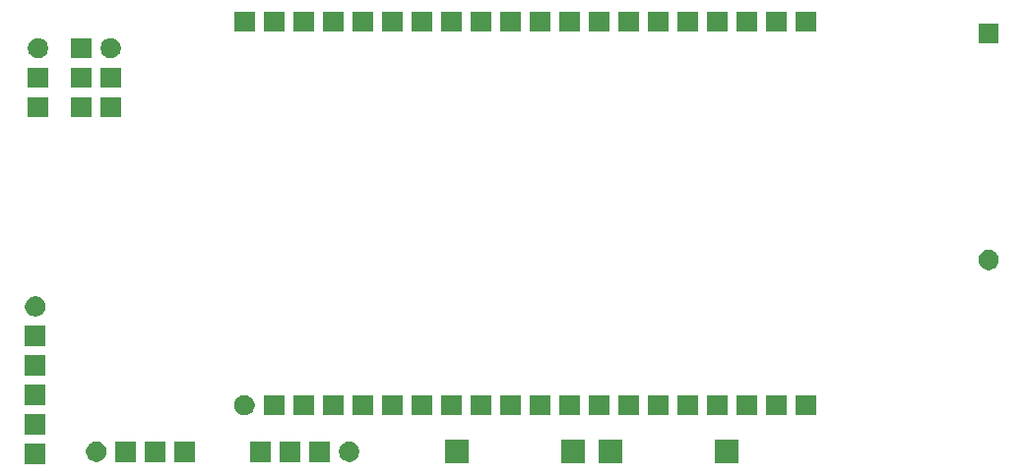
<source format=gbr>
G04 #@! TF.GenerationSoftware,KiCad,Pcbnew,(5.1.2-1)-1*
G04 #@! TF.CreationDate,2019-06-04T19:14:02+03:00*
G04 #@! TF.ProjectId,mag,6d61672e-6b69-4636-9164-5f7063625858,rev?*
G04 #@! TF.SameCoordinates,Original*
G04 #@! TF.FileFunction,Soldermask,Top*
G04 #@! TF.FilePolarity,Negative*
%FSLAX46Y46*%
G04 Gerber Fmt 4.6, Leading zero omitted, Abs format (unit mm)*
G04 Created by KiCad (PCBNEW (5.1.2-1)-1) date 2019-06-04 19:14:02*
%MOMM*%
%LPD*%
G04 APERTURE LIST*
%ADD10C,0.100000*%
G04 APERTURE END LIST*
D10*
G36*
X100620000Y-80070000D02*
G01*
X98880000Y-80070000D01*
X98880000Y-78330000D01*
X100620000Y-78330000D01*
X100620000Y-80070000D01*
X100620000Y-80070000D01*
G37*
G36*
X160270000Y-80020000D02*
G01*
X158230000Y-80020000D01*
X158230000Y-77980000D01*
X160270000Y-77980000D01*
X160270000Y-80020000D01*
X160270000Y-80020000D01*
G37*
G36*
X150270000Y-80020000D02*
G01*
X148230000Y-80020000D01*
X148230000Y-77980000D01*
X150270000Y-77980000D01*
X150270000Y-80020000D01*
X150270000Y-80020000D01*
G37*
G36*
X147020000Y-80020000D02*
G01*
X144980000Y-80020000D01*
X144980000Y-77980000D01*
X147020000Y-77980000D01*
X147020000Y-80020000D01*
X147020000Y-80020000D01*
G37*
G36*
X137020000Y-80020000D02*
G01*
X134980000Y-80020000D01*
X134980000Y-77980000D01*
X137020000Y-77980000D01*
X137020000Y-80020000D01*
X137020000Y-80020000D01*
G37*
G36*
X127003770Y-78163433D02*
G01*
X127162100Y-78229016D01*
X127256882Y-78292347D01*
X127304595Y-78324228D01*
X127425772Y-78445405D01*
X127425773Y-78445407D01*
X127520984Y-78587900D01*
X127586567Y-78746230D01*
X127620000Y-78914312D01*
X127620000Y-79085688D01*
X127586567Y-79253770D01*
X127520984Y-79412100D01*
X127457653Y-79506882D01*
X127425772Y-79554595D01*
X127304595Y-79675772D01*
X127256882Y-79707653D01*
X127162100Y-79770984D01*
X127003770Y-79836567D01*
X126835688Y-79870000D01*
X126664312Y-79870000D01*
X126496230Y-79836567D01*
X126337900Y-79770984D01*
X126243118Y-79707653D01*
X126195405Y-79675772D01*
X126074228Y-79554595D01*
X126042347Y-79506882D01*
X125979016Y-79412100D01*
X125913433Y-79253770D01*
X125880000Y-79085688D01*
X125880000Y-78914312D01*
X125913433Y-78746230D01*
X125979016Y-78587900D01*
X126074227Y-78445407D01*
X126074228Y-78445405D01*
X126195405Y-78324228D01*
X126243118Y-78292347D01*
X126337900Y-78229016D01*
X126496230Y-78163433D01*
X126664312Y-78130000D01*
X126835688Y-78130000D01*
X127003770Y-78163433D01*
X127003770Y-78163433D01*
G37*
G36*
X125080000Y-79870000D02*
G01*
X123340000Y-79870000D01*
X123340000Y-78130000D01*
X125080000Y-78130000D01*
X125080000Y-79870000D01*
X125080000Y-79870000D01*
G37*
G36*
X122540000Y-79870000D02*
G01*
X120800000Y-79870000D01*
X120800000Y-78130000D01*
X122540000Y-78130000D01*
X122540000Y-79870000D01*
X122540000Y-79870000D01*
G37*
G36*
X120000000Y-79870000D02*
G01*
X118260000Y-79870000D01*
X118260000Y-78130000D01*
X120000000Y-78130000D01*
X120000000Y-79870000D01*
X120000000Y-79870000D01*
G37*
G36*
X113490000Y-79870000D02*
G01*
X111750000Y-79870000D01*
X111750000Y-78130000D01*
X113490000Y-78130000D01*
X113490000Y-79870000D01*
X113490000Y-79870000D01*
G37*
G36*
X110950000Y-79870000D02*
G01*
X109210000Y-79870000D01*
X109210000Y-78130000D01*
X110950000Y-78130000D01*
X110950000Y-79870000D01*
X110950000Y-79870000D01*
G37*
G36*
X108410000Y-79870000D02*
G01*
X106670000Y-79870000D01*
X106670000Y-78130000D01*
X108410000Y-78130000D01*
X108410000Y-79870000D01*
X108410000Y-79870000D01*
G37*
G36*
X105253770Y-78163433D02*
G01*
X105412100Y-78229016D01*
X105506882Y-78292347D01*
X105554595Y-78324228D01*
X105675772Y-78445405D01*
X105675773Y-78445407D01*
X105770984Y-78587900D01*
X105836567Y-78746230D01*
X105870000Y-78914312D01*
X105870000Y-79085688D01*
X105836567Y-79253770D01*
X105770984Y-79412100D01*
X105707653Y-79506882D01*
X105675772Y-79554595D01*
X105554595Y-79675772D01*
X105506882Y-79707653D01*
X105412100Y-79770984D01*
X105253770Y-79836567D01*
X105085688Y-79870000D01*
X104914312Y-79870000D01*
X104746230Y-79836567D01*
X104587900Y-79770984D01*
X104493118Y-79707653D01*
X104445405Y-79675772D01*
X104324228Y-79554595D01*
X104292347Y-79506882D01*
X104229016Y-79412100D01*
X104163433Y-79253770D01*
X104130000Y-79085688D01*
X104130000Y-78914312D01*
X104163433Y-78746230D01*
X104229016Y-78587900D01*
X104324227Y-78445407D01*
X104324228Y-78445405D01*
X104445405Y-78324228D01*
X104493118Y-78292347D01*
X104587900Y-78229016D01*
X104746230Y-78163433D01*
X104914312Y-78130000D01*
X105085688Y-78130000D01*
X105253770Y-78163433D01*
X105253770Y-78163433D01*
G37*
G36*
X100620000Y-77530000D02*
G01*
X98880000Y-77530000D01*
X98880000Y-75790000D01*
X100620000Y-75790000D01*
X100620000Y-77530000D01*
X100620000Y-77530000D01*
G37*
G36*
X131320000Y-75870000D02*
G01*
X129580000Y-75870000D01*
X129580000Y-74130000D01*
X131320000Y-74130000D01*
X131320000Y-75870000D01*
X131320000Y-75870000D01*
G37*
G36*
X128780000Y-75870000D02*
G01*
X127040000Y-75870000D01*
X127040000Y-74130000D01*
X128780000Y-74130000D01*
X128780000Y-75870000D01*
X128780000Y-75870000D01*
G37*
G36*
X126240000Y-75870000D02*
G01*
X124500000Y-75870000D01*
X124500000Y-74130000D01*
X126240000Y-74130000D01*
X126240000Y-75870000D01*
X126240000Y-75870000D01*
G37*
G36*
X123700000Y-75870000D02*
G01*
X121960000Y-75870000D01*
X121960000Y-74130000D01*
X123700000Y-74130000D01*
X123700000Y-75870000D01*
X123700000Y-75870000D01*
G37*
G36*
X121160000Y-75870000D02*
G01*
X119420000Y-75870000D01*
X119420000Y-74130000D01*
X121160000Y-74130000D01*
X121160000Y-75870000D01*
X121160000Y-75870000D01*
G37*
G36*
X118003770Y-74163433D02*
G01*
X118162100Y-74229016D01*
X118256882Y-74292347D01*
X118304595Y-74324228D01*
X118425772Y-74445405D01*
X118425773Y-74445407D01*
X118520984Y-74587900D01*
X118586567Y-74746230D01*
X118620000Y-74914312D01*
X118620000Y-75085688D01*
X118586567Y-75253770D01*
X118520984Y-75412100D01*
X118457653Y-75506882D01*
X118425772Y-75554595D01*
X118304595Y-75675772D01*
X118256882Y-75707653D01*
X118162100Y-75770984D01*
X118003770Y-75836567D01*
X117835688Y-75870000D01*
X117664312Y-75870000D01*
X117496230Y-75836567D01*
X117337900Y-75770984D01*
X117243118Y-75707653D01*
X117195405Y-75675772D01*
X117074228Y-75554595D01*
X117042347Y-75506882D01*
X116979016Y-75412100D01*
X116913433Y-75253770D01*
X116880000Y-75085688D01*
X116880000Y-74914312D01*
X116913433Y-74746230D01*
X116979016Y-74587900D01*
X117074227Y-74445407D01*
X117074228Y-74445405D01*
X117195405Y-74324228D01*
X117243118Y-74292347D01*
X117337900Y-74229016D01*
X117496230Y-74163433D01*
X117664312Y-74130000D01*
X117835688Y-74130000D01*
X118003770Y-74163433D01*
X118003770Y-74163433D01*
G37*
G36*
X166880000Y-75870000D02*
G01*
X165140000Y-75870000D01*
X165140000Y-74130000D01*
X166880000Y-74130000D01*
X166880000Y-75870000D01*
X166880000Y-75870000D01*
G37*
G36*
X164340000Y-75870000D02*
G01*
X162600000Y-75870000D01*
X162600000Y-74130000D01*
X164340000Y-74130000D01*
X164340000Y-75870000D01*
X164340000Y-75870000D01*
G37*
G36*
X161800000Y-75870000D02*
G01*
X160060000Y-75870000D01*
X160060000Y-74130000D01*
X161800000Y-74130000D01*
X161800000Y-75870000D01*
X161800000Y-75870000D01*
G37*
G36*
X159260000Y-75870000D02*
G01*
X157520000Y-75870000D01*
X157520000Y-74130000D01*
X159260000Y-74130000D01*
X159260000Y-75870000D01*
X159260000Y-75870000D01*
G37*
G36*
X156720000Y-75870000D02*
G01*
X154980000Y-75870000D01*
X154980000Y-74130000D01*
X156720000Y-74130000D01*
X156720000Y-75870000D01*
X156720000Y-75870000D01*
G37*
G36*
X154180000Y-75870000D02*
G01*
X152440000Y-75870000D01*
X152440000Y-74130000D01*
X154180000Y-74130000D01*
X154180000Y-75870000D01*
X154180000Y-75870000D01*
G37*
G36*
X151640000Y-75870000D02*
G01*
X149900000Y-75870000D01*
X149900000Y-74130000D01*
X151640000Y-74130000D01*
X151640000Y-75870000D01*
X151640000Y-75870000D01*
G37*
G36*
X149100000Y-75870000D02*
G01*
X147360000Y-75870000D01*
X147360000Y-74130000D01*
X149100000Y-74130000D01*
X149100000Y-75870000D01*
X149100000Y-75870000D01*
G37*
G36*
X146560000Y-75870000D02*
G01*
X144820000Y-75870000D01*
X144820000Y-74130000D01*
X146560000Y-74130000D01*
X146560000Y-75870000D01*
X146560000Y-75870000D01*
G37*
G36*
X144020000Y-75870000D02*
G01*
X142280000Y-75870000D01*
X142280000Y-74130000D01*
X144020000Y-74130000D01*
X144020000Y-75870000D01*
X144020000Y-75870000D01*
G37*
G36*
X141480000Y-75870000D02*
G01*
X139740000Y-75870000D01*
X139740000Y-74130000D01*
X141480000Y-74130000D01*
X141480000Y-75870000D01*
X141480000Y-75870000D01*
G37*
G36*
X138940000Y-75870000D02*
G01*
X137200000Y-75870000D01*
X137200000Y-74130000D01*
X138940000Y-74130000D01*
X138940000Y-75870000D01*
X138940000Y-75870000D01*
G37*
G36*
X136400000Y-75870000D02*
G01*
X134660000Y-75870000D01*
X134660000Y-74130000D01*
X136400000Y-74130000D01*
X136400000Y-75870000D01*
X136400000Y-75870000D01*
G37*
G36*
X133860000Y-75870000D02*
G01*
X132120000Y-75870000D01*
X132120000Y-74130000D01*
X133860000Y-74130000D01*
X133860000Y-75870000D01*
X133860000Y-75870000D01*
G37*
G36*
X100620000Y-74990000D02*
G01*
X98880000Y-74990000D01*
X98880000Y-73250000D01*
X100620000Y-73250000D01*
X100620000Y-74990000D01*
X100620000Y-74990000D01*
G37*
G36*
X100620000Y-72450000D02*
G01*
X98880000Y-72450000D01*
X98880000Y-70710000D01*
X100620000Y-70710000D01*
X100620000Y-72450000D01*
X100620000Y-72450000D01*
G37*
G36*
X100620000Y-69910000D02*
G01*
X98880000Y-69910000D01*
X98880000Y-68170000D01*
X100620000Y-68170000D01*
X100620000Y-69910000D01*
X100620000Y-69910000D01*
G37*
G36*
X100003770Y-65663433D02*
G01*
X100162100Y-65729016D01*
X100256882Y-65792347D01*
X100304595Y-65824228D01*
X100425772Y-65945405D01*
X100425773Y-65945407D01*
X100520984Y-66087900D01*
X100586567Y-66246230D01*
X100620000Y-66414312D01*
X100620000Y-66585688D01*
X100586567Y-66753770D01*
X100520984Y-66912100D01*
X100457653Y-67006882D01*
X100425772Y-67054595D01*
X100304595Y-67175772D01*
X100256882Y-67207653D01*
X100162100Y-67270984D01*
X100003770Y-67336567D01*
X99835688Y-67370000D01*
X99664312Y-67370000D01*
X99496230Y-67336567D01*
X99337900Y-67270984D01*
X99243118Y-67207653D01*
X99195405Y-67175772D01*
X99074228Y-67054595D01*
X99042347Y-67006882D01*
X98979016Y-66912100D01*
X98913433Y-66753770D01*
X98880000Y-66585688D01*
X98880000Y-66414312D01*
X98913433Y-66246230D01*
X98979016Y-66087900D01*
X99074227Y-65945407D01*
X99074228Y-65945405D01*
X99195405Y-65824228D01*
X99243118Y-65792347D01*
X99337900Y-65729016D01*
X99496230Y-65663433D01*
X99664312Y-65630000D01*
X99835688Y-65630000D01*
X100003770Y-65663433D01*
X100003770Y-65663433D01*
G37*
G36*
X182003770Y-61663433D02*
G01*
X182162100Y-61729016D01*
X182256882Y-61792347D01*
X182304595Y-61824228D01*
X182425772Y-61945405D01*
X182425773Y-61945407D01*
X182520984Y-62087900D01*
X182586567Y-62246230D01*
X182620000Y-62414312D01*
X182620000Y-62585688D01*
X182586567Y-62753770D01*
X182520984Y-62912100D01*
X182457653Y-63006882D01*
X182425772Y-63054595D01*
X182304595Y-63175772D01*
X182256882Y-63207653D01*
X182162100Y-63270984D01*
X182003770Y-63336567D01*
X181835688Y-63370000D01*
X181664312Y-63370000D01*
X181496230Y-63336567D01*
X181337900Y-63270984D01*
X181243118Y-63207653D01*
X181195405Y-63175772D01*
X181074228Y-63054595D01*
X181042347Y-63006882D01*
X180979016Y-62912100D01*
X180913433Y-62753770D01*
X180880000Y-62585688D01*
X180880000Y-62414312D01*
X180913433Y-62246230D01*
X180979016Y-62087900D01*
X181074227Y-61945407D01*
X181074228Y-61945405D01*
X181195405Y-61824228D01*
X181243118Y-61792347D01*
X181337900Y-61729016D01*
X181496230Y-61663433D01*
X181664312Y-61630000D01*
X181835688Y-61630000D01*
X182003770Y-61663433D01*
X182003770Y-61663433D01*
G37*
G36*
X104580000Y-50200000D02*
G01*
X102840000Y-50200000D01*
X102840000Y-48460000D01*
X104580000Y-48460000D01*
X104580000Y-50200000D01*
X104580000Y-50200000D01*
G37*
G36*
X107120000Y-50200000D02*
G01*
X105380000Y-50200000D01*
X105380000Y-48460000D01*
X107120000Y-48460000D01*
X107120000Y-50200000D01*
X107120000Y-50200000D01*
G37*
G36*
X100870000Y-50200000D02*
G01*
X99130000Y-50200000D01*
X99130000Y-48460000D01*
X100870000Y-48460000D01*
X100870000Y-50200000D01*
X100870000Y-50200000D01*
G37*
G36*
X104580000Y-47660000D02*
G01*
X102840000Y-47660000D01*
X102840000Y-45920000D01*
X104580000Y-45920000D01*
X104580000Y-47660000D01*
X104580000Y-47660000D01*
G37*
G36*
X107120000Y-47660000D02*
G01*
X105380000Y-47660000D01*
X105380000Y-45920000D01*
X107120000Y-45920000D01*
X107120000Y-47660000D01*
X107120000Y-47660000D01*
G37*
G36*
X100870000Y-47660000D02*
G01*
X99130000Y-47660000D01*
X99130000Y-45920000D01*
X100870000Y-45920000D01*
X100870000Y-47660000D01*
X100870000Y-47660000D01*
G37*
G36*
X104580000Y-45120000D02*
G01*
X102840000Y-45120000D01*
X102840000Y-43380000D01*
X104580000Y-43380000D01*
X104580000Y-45120000D01*
X104580000Y-45120000D01*
G37*
G36*
X106503770Y-43413433D02*
G01*
X106662100Y-43479016D01*
X106756882Y-43542347D01*
X106804595Y-43574228D01*
X106925772Y-43695405D01*
X106925773Y-43695407D01*
X107020984Y-43837900D01*
X107086567Y-43996230D01*
X107120000Y-44164312D01*
X107120000Y-44335688D01*
X107086567Y-44503770D01*
X107020984Y-44662100D01*
X106957653Y-44756882D01*
X106925772Y-44804595D01*
X106804595Y-44925772D01*
X106756882Y-44957653D01*
X106662100Y-45020984D01*
X106503770Y-45086567D01*
X106335688Y-45120000D01*
X106164312Y-45120000D01*
X105996230Y-45086567D01*
X105837900Y-45020984D01*
X105743118Y-44957653D01*
X105695405Y-44925772D01*
X105574228Y-44804595D01*
X105542347Y-44756882D01*
X105479016Y-44662100D01*
X105413433Y-44503770D01*
X105380000Y-44335688D01*
X105380000Y-44164312D01*
X105413433Y-43996230D01*
X105479016Y-43837900D01*
X105574227Y-43695407D01*
X105574228Y-43695405D01*
X105695405Y-43574228D01*
X105743118Y-43542347D01*
X105837900Y-43479016D01*
X105996230Y-43413433D01*
X106164312Y-43380000D01*
X106335688Y-43380000D01*
X106503770Y-43413433D01*
X106503770Y-43413433D01*
G37*
G36*
X100253770Y-43413433D02*
G01*
X100412100Y-43479016D01*
X100506882Y-43542347D01*
X100554595Y-43574228D01*
X100675772Y-43695405D01*
X100675773Y-43695407D01*
X100770984Y-43837900D01*
X100836567Y-43996230D01*
X100870000Y-44164312D01*
X100870000Y-44335688D01*
X100836567Y-44503770D01*
X100770984Y-44662100D01*
X100707653Y-44756882D01*
X100675772Y-44804595D01*
X100554595Y-44925772D01*
X100506882Y-44957653D01*
X100412100Y-45020984D01*
X100253770Y-45086567D01*
X100085688Y-45120000D01*
X99914312Y-45120000D01*
X99746230Y-45086567D01*
X99587900Y-45020984D01*
X99493118Y-44957653D01*
X99445405Y-44925772D01*
X99324228Y-44804595D01*
X99292347Y-44756882D01*
X99229016Y-44662100D01*
X99163433Y-44503770D01*
X99130000Y-44335688D01*
X99130000Y-44164312D01*
X99163433Y-43996230D01*
X99229016Y-43837900D01*
X99324227Y-43695407D01*
X99324228Y-43695405D01*
X99445405Y-43574228D01*
X99493118Y-43542347D01*
X99587900Y-43479016D01*
X99746230Y-43413433D01*
X99914312Y-43380000D01*
X100085688Y-43380000D01*
X100253770Y-43413433D01*
X100253770Y-43413433D01*
G37*
G36*
X182620000Y-43870000D02*
G01*
X180880000Y-43870000D01*
X180880000Y-42130000D01*
X182620000Y-42130000D01*
X182620000Y-43870000D01*
X182620000Y-43870000D01*
G37*
G36*
X141480000Y-42850000D02*
G01*
X139740000Y-42850000D01*
X139740000Y-41110000D01*
X141480000Y-41110000D01*
X141480000Y-42850000D01*
X141480000Y-42850000D01*
G37*
G36*
X144020000Y-42850000D02*
G01*
X142280000Y-42850000D01*
X142280000Y-41110000D01*
X144020000Y-41110000D01*
X144020000Y-42850000D01*
X144020000Y-42850000D01*
G37*
G36*
X146560000Y-42850000D02*
G01*
X144820000Y-42850000D01*
X144820000Y-41110000D01*
X146560000Y-41110000D01*
X146560000Y-42850000D01*
X146560000Y-42850000D01*
G37*
G36*
X149100000Y-42850000D02*
G01*
X147360000Y-42850000D01*
X147360000Y-41110000D01*
X149100000Y-41110000D01*
X149100000Y-42850000D01*
X149100000Y-42850000D01*
G37*
G36*
X151640000Y-42850000D02*
G01*
X149900000Y-42850000D01*
X149900000Y-41110000D01*
X151640000Y-41110000D01*
X151640000Y-42850000D01*
X151640000Y-42850000D01*
G37*
G36*
X118620000Y-42850000D02*
G01*
X116880000Y-42850000D01*
X116880000Y-41110000D01*
X118620000Y-41110000D01*
X118620000Y-42850000D01*
X118620000Y-42850000D01*
G37*
G36*
X156720000Y-42850000D02*
G01*
X154980000Y-42850000D01*
X154980000Y-41110000D01*
X156720000Y-41110000D01*
X156720000Y-42850000D01*
X156720000Y-42850000D01*
G37*
G36*
X159260000Y-42850000D02*
G01*
X157520000Y-42850000D01*
X157520000Y-41110000D01*
X159260000Y-41110000D01*
X159260000Y-42850000D01*
X159260000Y-42850000D01*
G37*
G36*
X161800000Y-42850000D02*
G01*
X160060000Y-42850000D01*
X160060000Y-41110000D01*
X161800000Y-41110000D01*
X161800000Y-42850000D01*
X161800000Y-42850000D01*
G37*
G36*
X164340000Y-42850000D02*
G01*
X162600000Y-42850000D01*
X162600000Y-41110000D01*
X164340000Y-41110000D01*
X164340000Y-42850000D01*
X164340000Y-42850000D01*
G37*
G36*
X166880000Y-42850000D02*
G01*
X165140000Y-42850000D01*
X165140000Y-41110000D01*
X166880000Y-41110000D01*
X166880000Y-42850000D01*
X166880000Y-42850000D01*
G37*
G36*
X138940000Y-42850000D02*
G01*
X137200000Y-42850000D01*
X137200000Y-41110000D01*
X138940000Y-41110000D01*
X138940000Y-42850000D01*
X138940000Y-42850000D01*
G37*
G36*
X136400000Y-42850000D02*
G01*
X134660000Y-42850000D01*
X134660000Y-41110000D01*
X136400000Y-41110000D01*
X136400000Y-42850000D01*
X136400000Y-42850000D01*
G37*
G36*
X133860000Y-42850000D02*
G01*
X132120000Y-42850000D01*
X132120000Y-41110000D01*
X133860000Y-41110000D01*
X133860000Y-42850000D01*
X133860000Y-42850000D01*
G37*
G36*
X131320000Y-42850000D02*
G01*
X129580000Y-42850000D01*
X129580000Y-41110000D01*
X131320000Y-41110000D01*
X131320000Y-42850000D01*
X131320000Y-42850000D01*
G37*
G36*
X128780000Y-42850000D02*
G01*
X127040000Y-42850000D01*
X127040000Y-41110000D01*
X128780000Y-41110000D01*
X128780000Y-42850000D01*
X128780000Y-42850000D01*
G37*
G36*
X126240000Y-42850000D02*
G01*
X124500000Y-42850000D01*
X124500000Y-41110000D01*
X126240000Y-41110000D01*
X126240000Y-42850000D01*
X126240000Y-42850000D01*
G37*
G36*
X123700000Y-42850000D02*
G01*
X121960000Y-42850000D01*
X121960000Y-41110000D01*
X123700000Y-41110000D01*
X123700000Y-42850000D01*
X123700000Y-42850000D01*
G37*
G36*
X121160000Y-42850000D02*
G01*
X119420000Y-42850000D01*
X119420000Y-41110000D01*
X121160000Y-41110000D01*
X121160000Y-42850000D01*
X121160000Y-42850000D01*
G37*
G36*
X154180000Y-42850000D02*
G01*
X152440000Y-42850000D01*
X152440000Y-41110000D01*
X154180000Y-41110000D01*
X154180000Y-42850000D01*
X154180000Y-42850000D01*
G37*
M02*

</source>
